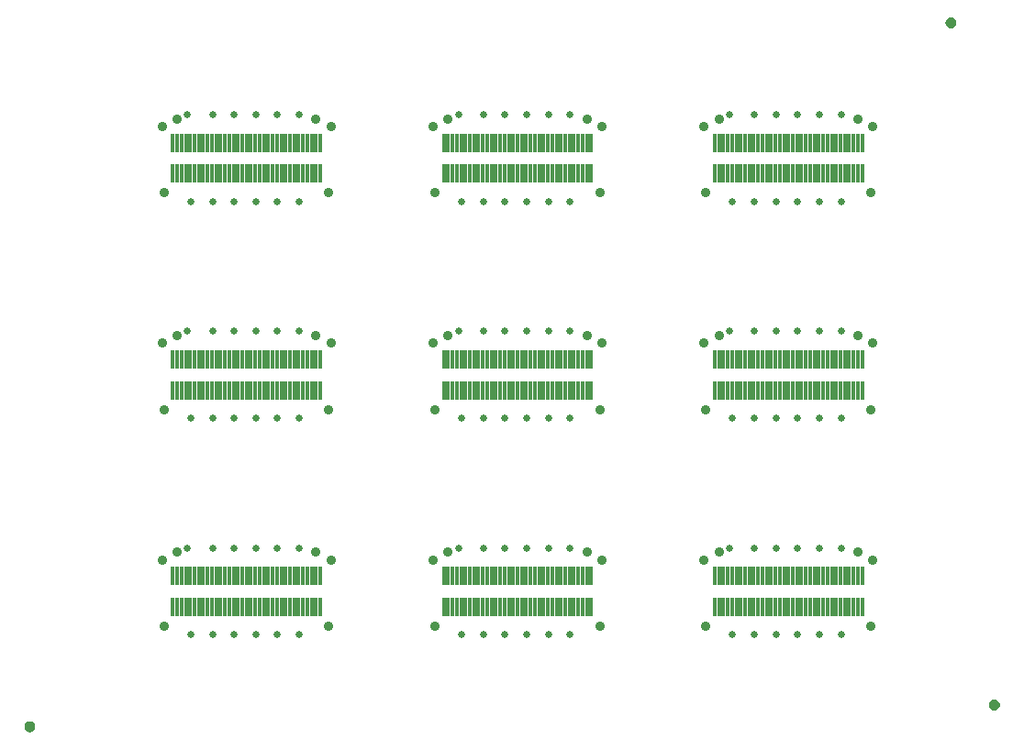
<source format=gts>
G75*
%MOIN*%
%OFA0B0*%
%FSLAX25Y25*%
%IPPOS*%
%LPD*%
%AMOC8*
5,1,8,0,0,1.08239X$1,22.5*
%
%ADD10C,0.01969*%
%ADD11C,0.03553*%
%ADD12R,0.01387X0.07057*%
%ADD13C,0.02581*%
D10*
X0073244Y0098244D02*
X0073246Y0098306D01*
X0073252Y0098369D01*
X0073262Y0098430D01*
X0073276Y0098491D01*
X0073293Y0098551D01*
X0073314Y0098610D01*
X0073340Y0098667D01*
X0073368Y0098722D01*
X0073400Y0098776D01*
X0073436Y0098827D01*
X0073474Y0098877D01*
X0073516Y0098923D01*
X0073560Y0098967D01*
X0073608Y0099008D01*
X0073657Y0099046D01*
X0073709Y0099080D01*
X0073763Y0099111D01*
X0073819Y0099139D01*
X0073877Y0099163D01*
X0073936Y0099184D01*
X0073996Y0099200D01*
X0074057Y0099213D01*
X0074119Y0099222D01*
X0074181Y0099227D01*
X0074244Y0099228D01*
X0074306Y0099225D01*
X0074368Y0099218D01*
X0074430Y0099207D01*
X0074490Y0099192D01*
X0074550Y0099174D01*
X0074608Y0099152D01*
X0074665Y0099126D01*
X0074720Y0099096D01*
X0074773Y0099063D01*
X0074824Y0099027D01*
X0074872Y0098988D01*
X0074918Y0098945D01*
X0074961Y0098900D01*
X0075001Y0098852D01*
X0075038Y0098802D01*
X0075072Y0098749D01*
X0075103Y0098695D01*
X0075129Y0098639D01*
X0075153Y0098581D01*
X0075172Y0098521D01*
X0075188Y0098461D01*
X0075200Y0098399D01*
X0075208Y0098338D01*
X0075212Y0098275D01*
X0075212Y0098213D01*
X0075208Y0098150D01*
X0075200Y0098089D01*
X0075188Y0098027D01*
X0075172Y0097967D01*
X0075153Y0097907D01*
X0075129Y0097849D01*
X0075103Y0097793D01*
X0075072Y0097739D01*
X0075038Y0097686D01*
X0075001Y0097636D01*
X0074961Y0097588D01*
X0074918Y0097543D01*
X0074872Y0097500D01*
X0074824Y0097461D01*
X0074773Y0097425D01*
X0074720Y0097392D01*
X0074665Y0097362D01*
X0074608Y0097336D01*
X0074550Y0097314D01*
X0074490Y0097296D01*
X0074430Y0097281D01*
X0074368Y0097270D01*
X0074306Y0097263D01*
X0074244Y0097260D01*
X0074181Y0097261D01*
X0074119Y0097266D01*
X0074057Y0097275D01*
X0073996Y0097288D01*
X0073936Y0097304D01*
X0073877Y0097325D01*
X0073819Y0097349D01*
X0073763Y0097377D01*
X0073709Y0097408D01*
X0073657Y0097442D01*
X0073608Y0097480D01*
X0073560Y0097521D01*
X0073516Y0097565D01*
X0073474Y0097611D01*
X0073436Y0097661D01*
X0073400Y0097712D01*
X0073368Y0097766D01*
X0073340Y0097821D01*
X0073314Y0097878D01*
X0073293Y0097937D01*
X0073276Y0097997D01*
X0073262Y0098058D01*
X0073252Y0098119D01*
X0073246Y0098182D01*
X0073244Y0098244D01*
X0407890Y0354150D02*
X0407892Y0354212D01*
X0407898Y0354275D01*
X0407908Y0354336D01*
X0407922Y0354397D01*
X0407939Y0354457D01*
X0407960Y0354516D01*
X0407986Y0354573D01*
X0408014Y0354628D01*
X0408046Y0354682D01*
X0408082Y0354733D01*
X0408120Y0354783D01*
X0408162Y0354829D01*
X0408206Y0354873D01*
X0408254Y0354914D01*
X0408303Y0354952D01*
X0408355Y0354986D01*
X0408409Y0355017D01*
X0408465Y0355045D01*
X0408523Y0355069D01*
X0408582Y0355090D01*
X0408642Y0355106D01*
X0408703Y0355119D01*
X0408765Y0355128D01*
X0408827Y0355133D01*
X0408890Y0355134D01*
X0408952Y0355131D01*
X0409014Y0355124D01*
X0409076Y0355113D01*
X0409136Y0355098D01*
X0409196Y0355080D01*
X0409254Y0355058D01*
X0409311Y0355032D01*
X0409366Y0355002D01*
X0409419Y0354969D01*
X0409470Y0354933D01*
X0409518Y0354894D01*
X0409564Y0354851D01*
X0409607Y0354806D01*
X0409647Y0354758D01*
X0409684Y0354708D01*
X0409718Y0354655D01*
X0409749Y0354601D01*
X0409775Y0354545D01*
X0409799Y0354487D01*
X0409818Y0354427D01*
X0409834Y0354367D01*
X0409846Y0354305D01*
X0409854Y0354244D01*
X0409858Y0354181D01*
X0409858Y0354119D01*
X0409854Y0354056D01*
X0409846Y0353995D01*
X0409834Y0353933D01*
X0409818Y0353873D01*
X0409799Y0353813D01*
X0409775Y0353755D01*
X0409749Y0353699D01*
X0409718Y0353645D01*
X0409684Y0353592D01*
X0409647Y0353542D01*
X0409607Y0353494D01*
X0409564Y0353449D01*
X0409518Y0353406D01*
X0409470Y0353367D01*
X0409419Y0353331D01*
X0409366Y0353298D01*
X0409311Y0353268D01*
X0409254Y0353242D01*
X0409196Y0353220D01*
X0409136Y0353202D01*
X0409076Y0353187D01*
X0409014Y0353176D01*
X0408952Y0353169D01*
X0408890Y0353166D01*
X0408827Y0353167D01*
X0408765Y0353172D01*
X0408703Y0353181D01*
X0408642Y0353194D01*
X0408582Y0353210D01*
X0408523Y0353231D01*
X0408465Y0353255D01*
X0408409Y0353283D01*
X0408355Y0353314D01*
X0408303Y0353348D01*
X0408254Y0353386D01*
X0408206Y0353427D01*
X0408162Y0353471D01*
X0408120Y0353517D01*
X0408082Y0353567D01*
X0408046Y0353618D01*
X0408014Y0353672D01*
X0407986Y0353727D01*
X0407960Y0353784D01*
X0407939Y0353843D01*
X0407922Y0353903D01*
X0407908Y0353964D01*
X0407898Y0354025D01*
X0407892Y0354088D01*
X0407890Y0354150D01*
X0423638Y0106118D02*
X0423640Y0106180D01*
X0423646Y0106243D01*
X0423656Y0106304D01*
X0423670Y0106365D01*
X0423687Y0106425D01*
X0423708Y0106484D01*
X0423734Y0106541D01*
X0423762Y0106596D01*
X0423794Y0106650D01*
X0423830Y0106701D01*
X0423868Y0106751D01*
X0423910Y0106797D01*
X0423954Y0106841D01*
X0424002Y0106882D01*
X0424051Y0106920D01*
X0424103Y0106954D01*
X0424157Y0106985D01*
X0424213Y0107013D01*
X0424271Y0107037D01*
X0424330Y0107058D01*
X0424390Y0107074D01*
X0424451Y0107087D01*
X0424513Y0107096D01*
X0424575Y0107101D01*
X0424638Y0107102D01*
X0424700Y0107099D01*
X0424762Y0107092D01*
X0424824Y0107081D01*
X0424884Y0107066D01*
X0424944Y0107048D01*
X0425002Y0107026D01*
X0425059Y0107000D01*
X0425114Y0106970D01*
X0425167Y0106937D01*
X0425218Y0106901D01*
X0425266Y0106862D01*
X0425312Y0106819D01*
X0425355Y0106774D01*
X0425395Y0106726D01*
X0425432Y0106676D01*
X0425466Y0106623D01*
X0425497Y0106569D01*
X0425523Y0106513D01*
X0425547Y0106455D01*
X0425566Y0106395D01*
X0425582Y0106335D01*
X0425594Y0106273D01*
X0425602Y0106212D01*
X0425606Y0106149D01*
X0425606Y0106087D01*
X0425602Y0106024D01*
X0425594Y0105963D01*
X0425582Y0105901D01*
X0425566Y0105841D01*
X0425547Y0105781D01*
X0425523Y0105723D01*
X0425497Y0105667D01*
X0425466Y0105613D01*
X0425432Y0105560D01*
X0425395Y0105510D01*
X0425355Y0105462D01*
X0425312Y0105417D01*
X0425266Y0105374D01*
X0425218Y0105335D01*
X0425167Y0105299D01*
X0425114Y0105266D01*
X0425059Y0105236D01*
X0425002Y0105210D01*
X0424944Y0105188D01*
X0424884Y0105170D01*
X0424824Y0105155D01*
X0424762Y0105144D01*
X0424700Y0105137D01*
X0424638Y0105134D01*
X0424575Y0105135D01*
X0424513Y0105140D01*
X0424451Y0105149D01*
X0424390Y0105162D01*
X0424330Y0105178D01*
X0424271Y0105199D01*
X0424213Y0105223D01*
X0424157Y0105251D01*
X0424103Y0105282D01*
X0424051Y0105316D01*
X0424002Y0105354D01*
X0423954Y0105395D01*
X0423910Y0105439D01*
X0423868Y0105485D01*
X0423830Y0105535D01*
X0423794Y0105586D01*
X0423762Y0105640D01*
X0423734Y0105695D01*
X0423708Y0105752D01*
X0423687Y0105811D01*
X0423670Y0105871D01*
X0423656Y0105932D01*
X0423646Y0105993D01*
X0423640Y0106056D01*
X0423638Y0106118D01*
D11*
X0379740Y0134858D03*
X0380528Y0158874D03*
X0375016Y0161630D03*
X0324622Y0161630D03*
X0319110Y0158874D03*
X0319898Y0134858D03*
X0281315Y0134858D03*
X0282102Y0158874D03*
X0276591Y0161630D03*
X0281315Y0213598D03*
X0282102Y0237614D03*
X0276591Y0240370D03*
X0319110Y0237614D03*
X0324622Y0240370D03*
X0319898Y0213598D03*
X0375016Y0240370D03*
X0380528Y0237614D03*
X0379740Y0213598D03*
X0379740Y0292339D03*
X0380528Y0316354D03*
X0375016Y0319110D03*
X0324622Y0319110D03*
X0319110Y0316354D03*
X0319898Y0292339D03*
X0281315Y0292339D03*
X0282102Y0316354D03*
X0276591Y0319110D03*
X0226197Y0319110D03*
X0220685Y0316354D03*
X0221472Y0292339D03*
X0182890Y0292339D03*
X0183677Y0316354D03*
X0178165Y0319110D03*
X0127772Y0319110D03*
X0122260Y0316354D03*
X0123047Y0292339D03*
X0127772Y0240370D03*
X0122260Y0237614D03*
X0123047Y0213598D03*
X0127772Y0161630D03*
X0122260Y0158874D03*
X0123047Y0134858D03*
X0178165Y0161630D03*
X0183677Y0158874D03*
X0182890Y0134858D03*
X0221472Y0134858D03*
X0220685Y0158874D03*
X0226197Y0161630D03*
X0221472Y0213598D03*
X0220685Y0237614D03*
X0226197Y0240370D03*
X0183677Y0237614D03*
X0178165Y0240370D03*
X0182890Y0213598D03*
D12*
X0179740Y0220606D03*
X0178165Y0220606D03*
X0176591Y0220606D03*
X0175016Y0220606D03*
X0173441Y0220606D03*
X0171866Y0220606D03*
X0170291Y0220606D03*
X0168717Y0220606D03*
X0167142Y0220606D03*
X0165567Y0220606D03*
X0163992Y0220606D03*
X0162417Y0220606D03*
X0160843Y0220606D03*
X0159268Y0220606D03*
X0157693Y0220606D03*
X0156118Y0220606D03*
X0154543Y0220606D03*
X0152969Y0220606D03*
X0151394Y0220606D03*
X0149819Y0220606D03*
X0148244Y0220606D03*
X0146669Y0220606D03*
X0145094Y0220606D03*
X0143520Y0220606D03*
X0141945Y0220606D03*
X0140370Y0220606D03*
X0138795Y0220606D03*
X0137220Y0220606D03*
X0135646Y0220606D03*
X0134071Y0220606D03*
X0132496Y0220606D03*
X0130921Y0220606D03*
X0129346Y0220606D03*
X0127772Y0220606D03*
X0126197Y0220606D03*
X0126197Y0231787D03*
X0127772Y0231787D03*
X0129346Y0231787D03*
X0130921Y0231787D03*
X0132496Y0231787D03*
X0134071Y0231787D03*
X0135646Y0231787D03*
X0137220Y0231787D03*
X0138795Y0231787D03*
X0140370Y0231787D03*
X0141945Y0231787D03*
X0143520Y0231787D03*
X0145094Y0231787D03*
X0146669Y0231787D03*
X0148244Y0231787D03*
X0149819Y0231787D03*
X0151394Y0231787D03*
X0152969Y0231787D03*
X0154543Y0231787D03*
X0156118Y0231787D03*
X0157693Y0231787D03*
X0159268Y0231787D03*
X0160843Y0231787D03*
X0162417Y0231787D03*
X0163992Y0231787D03*
X0165567Y0231787D03*
X0167142Y0231787D03*
X0168717Y0231787D03*
X0170291Y0231787D03*
X0171866Y0231787D03*
X0173441Y0231787D03*
X0175016Y0231787D03*
X0176591Y0231787D03*
X0178165Y0231787D03*
X0179740Y0231787D03*
X0224622Y0231787D03*
X0226197Y0231787D03*
X0227772Y0231787D03*
X0229346Y0231787D03*
X0230921Y0231787D03*
X0232496Y0231787D03*
X0234071Y0231787D03*
X0235646Y0231787D03*
X0237220Y0231787D03*
X0238795Y0231787D03*
X0240370Y0231787D03*
X0241945Y0231787D03*
X0243520Y0231787D03*
X0245094Y0231787D03*
X0246669Y0231787D03*
X0248244Y0231787D03*
X0249819Y0231787D03*
X0251394Y0231787D03*
X0252969Y0231787D03*
X0254543Y0231787D03*
X0256118Y0231787D03*
X0257693Y0231787D03*
X0259268Y0231787D03*
X0260843Y0231787D03*
X0262417Y0231787D03*
X0263992Y0231787D03*
X0265567Y0231787D03*
X0267142Y0231787D03*
X0268717Y0231787D03*
X0270291Y0231787D03*
X0271866Y0231787D03*
X0273441Y0231787D03*
X0275016Y0231787D03*
X0276591Y0231787D03*
X0278165Y0231787D03*
X0278165Y0220606D03*
X0276591Y0220606D03*
X0275016Y0220606D03*
X0273441Y0220606D03*
X0271866Y0220606D03*
X0270291Y0220606D03*
X0268717Y0220606D03*
X0267142Y0220606D03*
X0265567Y0220606D03*
X0263992Y0220606D03*
X0262417Y0220606D03*
X0260843Y0220606D03*
X0259268Y0220606D03*
X0257693Y0220606D03*
X0256118Y0220606D03*
X0254543Y0220606D03*
X0252969Y0220606D03*
X0251394Y0220606D03*
X0249819Y0220606D03*
X0248244Y0220606D03*
X0246669Y0220606D03*
X0245094Y0220606D03*
X0243520Y0220606D03*
X0241945Y0220606D03*
X0240370Y0220606D03*
X0238795Y0220606D03*
X0237220Y0220606D03*
X0235646Y0220606D03*
X0234071Y0220606D03*
X0232496Y0220606D03*
X0230921Y0220606D03*
X0229346Y0220606D03*
X0227772Y0220606D03*
X0226197Y0220606D03*
X0224622Y0220606D03*
X0224622Y0153047D03*
X0226197Y0153047D03*
X0227772Y0153047D03*
X0229346Y0153047D03*
X0230921Y0153047D03*
X0232496Y0153047D03*
X0234071Y0153047D03*
X0235646Y0153047D03*
X0237220Y0153047D03*
X0238795Y0153047D03*
X0240370Y0153047D03*
X0241945Y0153047D03*
X0243520Y0153047D03*
X0245094Y0153047D03*
X0246669Y0153047D03*
X0248244Y0153047D03*
X0249819Y0153047D03*
X0251394Y0153047D03*
X0252969Y0153047D03*
X0254543Y0153047D03*
X0256118Y0153047D03*
X0257693Y0153047D03*
X0259268Y0153047D03*
X0260843Y0153047D03*
X0262417Y0153047D03*
X0263992Y0153047D03*
X0265567Y0153047D03*
X0267142Y0153047D03*
X0268717Y0153047D03*
X0270291Y0153047D03*
X0271866Y0153047D03*
X0273441Y0153047D03*
X0275016Y0153047D03*
X0276591Y0153047D03*
X0278165Y0153047D03*
X0278165Y0141866D03*
X0276591Y0141866D03*
X0275016Y0141866D03*
X0273441Y0141866D03*
X0271866Y0141866D03*
X0270291Y0141866D03*
X0268717Y0141866D03*
X0267142Y0141866D03*
X0265567Y0141866D03*
X0263992Y0141866D03*
X0262417Y0141866D03*
X0260843Y0141866D03*
X0259268Y0141866D03*
X0257693Y0141866D03*
X0256118Y0141866D03*
X0254543Y0141866D03*
X0252969Y0141866D03*
X0251394Y0141866D03*
X0249819Y0141866D03*
X0248244Y0141866D03*
X0246669Y0141866D03*
X0245094Y0141866D03*
X0243520Y0141866D03*
X0241945Y0141866D03*
X0240370Y0141866D03*
X0238795Y0141866D03*
X0237220Y0141866D03*
X0235646Y0141866D03*
X0234071Y0141866D03*
X0232496Y0141866D03*
X0230921Y0141866D03*
X0229346Y0141866D03*
X0227772Y0141866D03*
X0226197Y0141866D03*
X0224622Y0141866D03*
X0179740Y0141866D03*
X0178165Y0141866D03*
X0176591Y0141866D03*
X0175016Y0141866D03*
X0173441Y0141866D03*
X0171866Y0141866D03*
X0170291Y0141866D03*
X0168717Y0141866D03*
X0167142Y0141866D03*
X0165567Y0141866D03*
X0163992Y0141866D03*
X0162417Y0141866D03*
X0160843Y0141866D03*
X0159268Y0141866D03*
X0157693Y0141866D03*
X0156118Y0141866D03*
X0154543Y0141866D03*
X0152969Y0141866D03*
X0151394Y0141866D03*
X0149819Y0141866D03*
X0148244Y0141866D03*
X0146669Y0141866D03*
X0145094Y0141866D03*
X0143520Y0141866D03*
X0141945Y0141866D03*
X0140370Y0141866D03*
X0138795Y0141866D03*
X0137220Y0141866D03*
X0135646Y0141866D03*
X0134071Y0141866D03*
X0132496Y0141866D03*
X0130921Y0141866D03*
X0129346Y0141866D03*
X0127772Y0141866D03*
X0126197Y0141866D03*
X0126197Y0153047D03*
X0127772Y0153047D03*
X0129346Y0153047D03*
X0130921Y0153047D03*
X0132496Y0153047D03*
X0134071Y0153047D03*
X0135646Y0153047D03*
X0137220Y0153047D03*
X0138795Y0153047D03*
X0140370Y0153047D03*
X0141945Y0153047D03*
X0143520Y0153047D03*
X0145094Y0153047D03*
X0146669Y0153047D03*
X0148244Y0153047D03*
X0149819Y0153047D03*
X0151394Y0153047D03*
X0152969Y0153047D03*
X0154543Y0153047D03*
X0156118Y0153047D03*
X0157693Y0153047D03*
X0159268Y0153047D03*
X0160843Y0153047D03*
X0162417Y0153047D03*
X0163992Y0153047D03*
X0165567Y0153047D03*
X0167142Y0153047D03*
X0168717Y0153047D03*
X0170291Y0153047D03*
X0171866Y0153047D03*
X0173441Y0153047D03*
X0175016Y0153047D03*
X0176591Y0153047D03*
X0178165Y0153047D03*
X0179740Y0153047D03*
X0179740Y0299346D03*
X0178165Y0299346D03*
X0176591Y0299346D03*
X0175016Y0299346D03*
X0173441Y0299346D03*
X0171866Y0299346D03*
X0170291Y0299346D03*
X0168717Y0299346D03*
X0167142Y0299346D03*
X0165567Y0299346D03*
X0163992Y0299346D03*
X0162417Y0299346D03*
X0160843Y0299346D03*
X0159268Y0299346D03*
X0157693Y0299346D03*
X0156118Y0299346D03*
X0154543Y0299346D03*
X0152969Y0299346D03*
X0151394Y0299346D03*
X0149819Y0299346D03*
X0148244Y0299346D03*
X0146669Y0299346D03*
X0145094Y0299346D03*
X0143520Y0299346D03*
X0141945Y0299346D03*
X0140370Y0299346D03*
X0138795Y0299346D03*
X0137220Y0299346D03*
X0135646Y0299346D03*
X0134071Y0299346D03*
X0132496Y0299346D03*
X0130921Y0299346D03*
X0129346Y0299346D03*
X0127772Y0299346D03*
X0126197Y0299346D03*
X0126197Y0310528D03*
X0127772Y0310528D03*
X0129346Y0310528D03*
X0130921Y0310528D03*
X0132496Y0310528D03*
X0134071Y0310528D03*
X0135646Y0310528D03*
X0137220Y0310528D03*
X0138795Y0310528D03*
X0140370Y0310528D03*
X0141945Y0310528D03*
X0143520Y0310528D03*
X0145094Y0310528D03*
X0146669Y0310528D03*
X0148244Y0310528D03*
X0149819Y0310528D03*
X0151394Y0310528D03*
X0152969Y0310528D03*
X0154543Y0310528D03*
X0156118Y0310528D03*
X0157693Y0310528D03*
X0159268Y0310528D03*
X0160843Y0310528D03*
X0162417Y0310528D03*
X0163992Y0310528D03*
X0165567Y0310528D03*
X0167142Y0310528D03*
X0168717Y0310528D03*
X0170291Y0310528D03*
X0171866Y0310528D03*
X0173441Y0310528D03*
X0175016Y0310528D03*
X0176591Y0310528D03*
X0178165Y0310528D03*
X0179740Y0310528D03*
X0224622Y0310528D03*
X0226197Y0310528D03*
X0227772Y0310528D03*
X0229346Y0310528D03*
X0230921Y0310528D03*
X0232496Y0310528D03*
X0234071Y0310528D03*
X0235646Y0310528D03*
X0237220Y0310528D03*
X0238795Y0310528D03*
X0240370Y0310528D03*
X0241945Y0310528D03*
X0243520Y0310528D03*
X0245094Y0310528D03*
X0246669Y0310528D03*
X0248244Y0310528D03*
X0249819Y0310528D03*
X0251394Y0310528D03*
X0252969Y0310528D03*
X0254543Y0310528D03*
X0256118Y0310528D03*
X0257693Y0310528D03*
X0259268Y0310528D03*
X0260843Y0310528D03*
X0262417Y0310528D03*
X0263992Y0310528D03*
X0265567Y0310528D03*
X0267142Y0310528D03*
X0268717Y0310528D03*
X0270291Y0310528D03*
X0271866Y0310528D03*
X0273441Y0310528D03*
X0275016Y0310528D03*
X0276591Y0310528D03*
X0278165Y0310528D03*
X0278165Y0299346D03*
X0276591Y0299346D03*
X0275016Y0299346D03*
X0273441Y0299346D03*
X0271866Y0299346D03*
X0270291Y0299346D03*
X0268717Y0299346D03*
X0267142Y0299346D03*
X0265567Y0299346D03*
X0263992Y0299346D03*
X0262417Y0299346D03*
X0260843Y0299346D03*
X0259268Y0299346D03*
X0257693Y0299346D03*
X0256118Y0299346D03*
X0254543Y0299346D03*
X0252969Y0299346D03*
X0251394Y0299346D03*
X0249819Y0299346D03*
X0248244Y0299346D03*
X0246669Y0299346D03*
X0245094Y0299346D03*
X0243520Y0299346D03*
X0241945Y0299346D03*
X0240370Y0299346D03*
X0238795Y0299346D03*
X0237220Y0299346D03*
X0235646Y0299346D03*
X0234071Y0299346D03*
X0232496Y0299346D03*
X0230921Y0299346D03*
X0229346Y0299346D03*
X0227772Y0299346D03*
X0226197Y0299346D03*
X0224622Y0299346D03*
X0323047Y0299346D03*
X0324622Y0299346D03*
X0326197Y0299346D03*
X0327772Y0299346D03*
X0329346Y0299346D03*
X0330921Y0299346D03*
X0332496Y0299346D03*
X0334071Y0299346D03*
X0335646Y0299346D03*
X0337220Y0299346D03*
X0338795Y0299346D03*
X0340370Y0299346D03*
X0341945Y0299346D03*
X0343520Y0299346D03*
X0345094Y0299346D03*
X0346669Y0299346D03*
X0348244Y0299346D03*
X0349819Y0299346D03*
X0351394Y0299346D03*
X0352969Y0299346D03*
X0354543Y0299346D03*
X0356118Y0299346D03*
X0357693Y0299346D03*
X0359268Y0299346D03*
X0360843Y0299346D03*
X0362417Y0299346D03*
X0363992Y0299346D03*
X0365567Y0299346D03*
X0367142Y0299346D03*
X0368717Y0299346D03*
X0370291Y0299346D03*
X0371866Y0299346D03*
X0373441Y0299346D03*
X0375016Y0299346D03*
X0376591Y0299346D03*
X0376591Y0310528D03*
X0375016Y0310528D03*
X0373441Y0310528D03*
X0371866Y0310528D03*
X0370291Y0310528D03*
X0368717Y0310528D03*
X0367142Y0310528D03*
X0365567Y0310528D03*
X0363992Y0310528D03*
X0362417Y0310528D03*
X0360843Y0310528D03*
X0359268Y0310528D03*
X0357693Y0310528D03*
X0356118Y0310528D03*
X0354543Y0310528D03*
X0352969Y0310528D03*
X0351394Y0310528D03*
X0349819Y0310528D03*
X0348244Y0310528D03*
X0346669Y0310528D03*
X0345094Y0310528D03*
X0343520Y0310528D03*
X0341945Y0310528D03*
X0340370Y0310528D03*
X0338795Y0310528D03*
X0337220Y0310528D03*
X0335646Y0310528D03*
X0334071Y0310528D03*
X0332496Y0310528D03*
X0330921Y0310528D03*
X0329346Y0310528D03*
X0327772Y0310528D03*
X0326197Y0310528D03*
X0324622Y0310528D03*
X0323047Y0310528D03*
X0323047Y0231787D03*
X0324622Y0231787D03*
X0326197Y0231787D03*
X0327772Y0231787D03*
X0329346Y0231787D03*
X0330921Y0231787D03*
X0332496Y0231787D03*
X0334071Y0231787D03*
X0335646Y0231787D03*
X0337220Y0231787D03*
X0338795Y0231787D03*
X0340370Y0231787D03*
X0341945Y0231787D03*
X0343520Y0231787D03*
X0345094Y0231787D03*
X0346669Y0231787D03*
X0348244Y0231787D03*
X0349819Y0231787D03*
X0351394Y0231787D03*
X0352969Y0231787D03*
X0354543Y0231787D03*
X0356118Y0231787D03*
X0357693Y0231787D03*
X0359268Y0231787D03*
X0360843Y0231787D03*
X0362417Y0231787D03*
X0363992Y0231787D03*
X0365567Y0231787D03*
X0367142Y0231787D03*
X0368717Y0231787D03*
X0370291Y0231787D03*
X0371866Y0231787D03*
X0373441Y0231787D03*
X0375016Y0231787D03*
X0376591Y0231787D03*
X0376591Y0220606D03*
X0375016Y0220606D03*
X0373441Y0220606D03*
X0371866Y0220606D03*
X0370291Y0220606D03*
X0368717Y0220606D03*
X0367142Y0220606D03*
X0365567Y0220606D03*
X0363992Y0220606D03*
X0362417Y0220606D03*
X0360843Y0220606D03*
X0359268Y0220606D03*
X0357693Y0220606D03*
X0356118Y0220606D03*
X0354543Y0220606D03*
X0352969Y0220606D03*
X0351394Y0220606D03*
X0349819Y0220606D03*
X0348244Y0220606D03*
X0346669Y0220606D03*
X0345094Y0220606D03*
X0343520Y0220606D03*
X0341945Y0220606D03*
X0340370Y0220606D03*
X0338795Y0220606D03*
X0337220Y0220606D03*
X0335646Y0220606D03*
X0334071Y0220606D03*
X0332496Y0220606D03*
X0330921Y0220606D03*
X0329346Y0220606D03*
X0327772Y0220606D03*
X0326197Y0220606D03*
X0324622Y0220606D03*
X0323047Y0220606D03*
X0323047Y0153047D03*
X0324622Y0153047D03*
X0326197Y0153047D03*
X0327772Y0153047D03*
X0329346Y0153047D03*
X0330921Y0153047D03*
X0332496Y0153047D03*
X0334071Y0153047D03*
X0335646Y0153047D03*
X0337220Y0153047D03*
X0338795Y0153047D03*
X0340370Y0153047D03*
X0341945Y0153047D03*
X0343520Y0153047D03*
X0345094Y0153047D03*
X0346669Y0153047D03*
X0348244Y0153047D03*
X0349819Y0153047D03*
X0351394Y0153047D03*
X0352969Y0153047D03*
X0354543Y0153047D03*
X0356118Y0153047D03*
X0357693Y0153047D03*
X0359268Y0153047D03*
X0360843Y0153047D03*
X0362417Y0153047D03*
X0363992Y0153047D03*
X0365567Y0153047D03*
X0367142Y0153047D03*
X0368717Y0153047D03*
X0370291Y0153047D03*
X0371866Y0153047D03*
X0373441Y0153047D03*
X0375016Y0153047D03*
X0376591Y0153047D03*
X0376591Y0141866D03*
X0375016Y0141866D03*
X0373441Y0141866D03*
X0371866Y0141866D03*
X0370291Y0141866D03*
X0368717Y0141866D03*
X0367142Y0141866D03*
X0365567Y0141866D03*
X0363992Y0141866D03*
X0362417Y0141866D03*
X0360843Y0141866D03*
X0359268Y0141866D03*
X0357693Y0141866D03*
X0356118Y0141866D03*
X0354543Y0141866D03*
X0352969Y0141866D03*
X0351394Y0141866D03*
X0349819Y0141866D03*
X0348244Y0141866D03*
X0346669Y0141866D03*
X0345094Y0141866D03*
X0343520Y0141866D03*
X0341945Y0141866D03*
X0340370Y0141866D03*
X0338795Y0141866D03*
X0337220Y0141866D03*
X0335646Y0141866D03*
X0334071Y0141866D03*
X0332496Y0141866D03*
X0330921Y0141866D03*
X0329346Y0141866D03*
X0327772Y0141866D03*
X0326197Y0141866D03*
X0324622Y0141866D03*
X0323047Y0141866D03*
D13*
X0329543Y0131709D03*
X0337417Y0131709D03*
X0345291Y0131709D03*
X0353165Y0131709D03*
X0361039Y0131709D03*
X0368913Y0131709D03*
X0368913Y0163205D03*
X0361039Y0163205D03*
X0353165Y0163205D03*
X0345291Y0163205D03*
X0337417Y0163205D03*
X0328362Y0163205D03*
X0329543Y0210449D03*
X0337417Y0210449D03*
X0345291Y0210449D03*
X0353165Y0210449D03*
X0361039Y0210449D03*
X0368913Y0210449D03*
X0368913Y0241945D03*
X0361039Y0241945D03*
X0353165Y0241945D03*
X0345291Y0241945D03*
X0337417Y0241945D03*
X0328362Y0241945D03*
X0329543Y0289189D03*
X0337417Y0289189D03*
X0345291Y0289189D03*
X0353165Y0289189D03*
X0361039Y0289189D03*
X0368913Y0289189D03*
X0368913Y0320685D03*
X0361039Y0320685D03*
X0353165Y0320685D03*
X0345291Y0320685D03*
X0337417Y0320685D03*
X0328362Y0320685D03*
X0270488Y0320685D03*
X0262614Y0320685D03*
X0254740Y0320685D03*
X0246866Y0320685D03*
X0238992Y0320685D03*
X0229937Y0320685D03*
X0231118Y0289189D03*
X0238992Y0289189D03*
X0246866Y0289189D03*
X0254740Y0289189D03*
X0262614Y0289189D03*
X0270488Y0289189D03*
X0270488Y0241945D03*
X0262614Y0241945D03*
X0254740Y0241945D03*
X0246866Y0241945D03*
X0238992Y0241945D03*
X0229937Y0241945D03*
X0231118Y0210449D03*
X0238992Y0210449D03*
X0246866Y0210449D03*
X0254740Y0210449D03*
X0262614Y0210449D03*
X0270488Y0210449D03*
X0270488Y0163205D03*
X0262614Y0163205D03*
X0254740Y0163205D03*
X0246866Y0163205D03*
X0238992Y0163205D03*
X0229937Y0163205D03*
X0231118Y0131709D03*
X0238992Y0131709D03*
X0246866Y0131709D03*
X0254740Y0131709D03*
X0262614Y0131709D03*
X0270488Y0131709D03*
X0172063Y0131709D03*
X0164189Y0131709D03*
X0156315Y0131709D03*
X0148441Y0131709D03*
X0140567Y0131709D03*
X0132693Y0131709D03*
X0131512Y0163205D03*
X0140567Y0163205D03*
X0148441Y0163205D03*
X0156315Y0163205D03*
X0164189Y0163205D03*
X0172063Y0163205D03*
X0172063Y0210449D03*
X0164189Y0210449D03*
X0156315Y0210449D03*
X0148441Y0210449D03*
X0140567Y0210449D03*
X0132693Y0210449D03*
X0131512Y0241945D03*
X0140567Y0241945D03*
X0148441Y0241945D03*
X0156315Y0241945D03*
X0164189Y0241945D03*
X0172063Y0241945D03*
X0172063Y0289189D03*
X0164189Y0289189D03*
X0156315Y0289189D03*
X0148441Y0289189D03*
X0140567Y0289189D03*
X0132693Y0289189D03*
X0131512Y0320685D03*
X0140567Y0320685D03*
X0148441Y0320685D03*
X0156315Y0320685D03*
X0164189Y0320685D03*
X0172063Y0320685D03*
M02*

</source>
